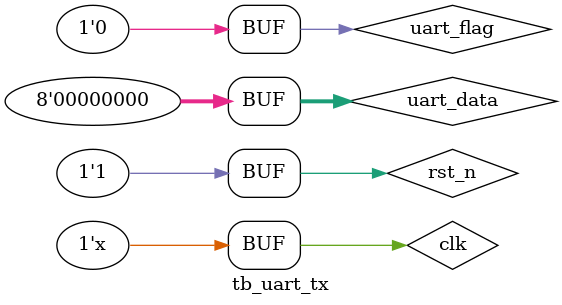
<source format=v>
`timescale 1ns/1ns

module tb_uart_tx ();
reg clk;
reg rst_n;
reg uart_flag;
reg [7:0] uart_data;
wire uart_busy;
wire uart_txd;
initial begin
    clk <= 1'b0;
    rst_n <= 1'b0;
    uart_flag <= 1'b0;
    uart_data <= 8'b0;
    #100 rst_n <= 1'b1;
    #200
    uart_flag <= 1'b1;
    uart_data <= 8'b1010_1111;
    #2
    uart_flag <= 1'b0;
    uart_data <= 8'b0;

end

always #1 clk <= ~clk;

uart_tx uart_tx_u(
    .clk         (clk),
    .rst_n       (rst_n),
    .uart_cnt    (16'd100),
    .uart_flag   (uart_flag),
    .uart_data   (uart_data),
    .uart_busy   (uart_busy),
    .uart_txd    (uart_txd)
);

    
endmodule
</source>
